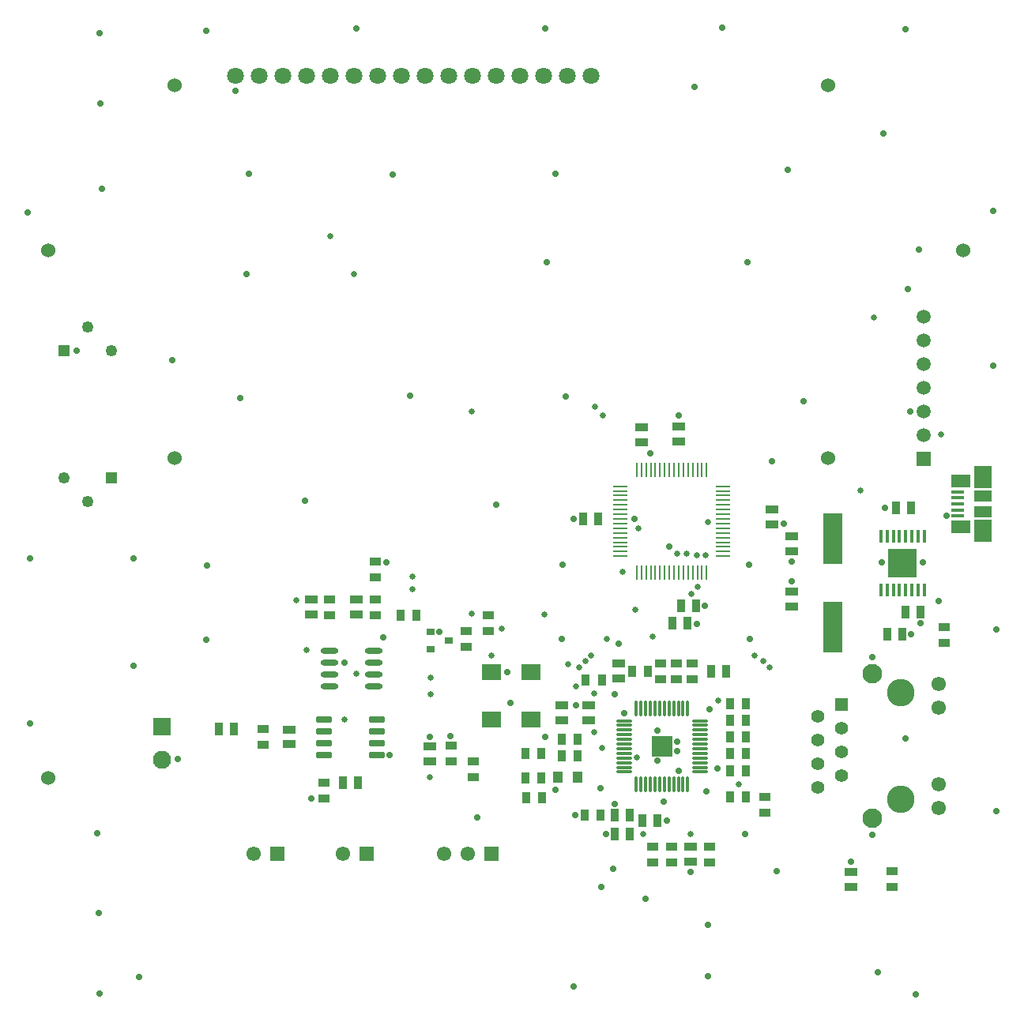
<source format=gbr>
%TF.GenerationSoftware,Altium Limited,Altium Designer,18.1.9 (240)*%
G04 Layer_Color=16711935*
%FSLAX43Y43*%
%MOMM*%
%TF.FileFunction,Soldermask,Bot*%
%TF.Part,Single*%
G01*
G75*
%TA.AperFunction,SMDPad,CuDef*%
%ADD13R,1.300X0.850*%
%ADD14R,0.850X1.300*%
%ADD16R,1.350X0.950*%
%TA.AperFunction,ComponentPad*%
%ADD20C,1.250*%
%ADD21R,1.250X1.250*%
%ADD22C,1.550*%
%ADD23R,1.400X1.400*%
%ADD24C,1.400*%
%ADD25C,2.100*%
%ADD26C,2.950*%
%ADD27C,1.500*%
%ADD28R,1.500X1.500*%
%ADD29R,1.550X1.550*%
%TA.AperFunction,ViaPad*%
%ADD30C,1.524*%
%TA.AperFunction,ComponentPad*%
%ADD31C,1.950*%
%ADD32R,1.950X1.950*%
%ADD33C,1.800*%
%ADD34C,1.524*%
%TA.AperFunction,ViaPad*%
%ADD35C,0.700*%
%ADD36C,0.650*%
%TA.AperFunction,SMDPad,CuDef*%
%ADD37R,0.356X1.422*%
%ADD38R,3.099X3.099*%
%ADD39O,1.800X0.300*%
%ADD40O,0.300X1.800*%
%ADD41R,2.200X2.200*%
%ADD42R,0.950X1.350*%
%ADD43R,0.900X0.800*%
%ADD44O,1.900X0.600*%
%ADD45R,2.000X1.800*%
%ADD46R,1.100X1.200*%
%ADD47O,1.550X0.250*%
%ADD48O,0.250X1.550*%
%TA.AperFunction,ConnectorPad*%
%ADD49R,1.380X0.450*%
%ADD50R,2.100X1.475*%
%ADD51R,1.900X2.375*%
%ADD52R,1.900X1.175*%
%TA.AperFunction,SMDPad,CuDef*%
%ADD53R,2.000X5.500*%
G04:AMPARAMS|DCode=54|XSize=0.65mm|YSize=1.65mm|CornerRadius=0.049mm|HoleSize=0mm|Usage=FLASHONLY|Rotation=90.000|XOffset=0mm|YOffset=0mm|HoleType=Round|Shape=RoundedRectangle|*
%AMROUNDEDRECTD54*
21,1,0.650,1.553,0,0,90.0*
21,1,0.553,1.650,0,0,90.0*
1,1,0.098,0.776,0.276*
1,1,0.098,0.776,-0.276*
1,1,0.098,-0.776,-0.276*
1,1,0.098,-0.776,0.276*
%
%ADD54ROUNDEDRECTD54*%
D13*
X95885Y62750D02*
D03*
Y61050D02*
D03*
X97536Y62750D02*
D03*
Y61050D02*
D03*
X99212Y62750D02*
D03*
Y61050D02*
D03*
X107035Y48426D02*
D03*
Y46726D02*
D03*
X75023Y64483D02*
D03*
Y66183D02*
D03*
X77419Y66194D02*
D03*
Y67894D02*
D03*
X65313Y73672D02*
D03*
Y71972D02*
D03*
X60404Y69584D02*
D03*
Y67884D02*
D03*
X53264Y55705D02*
D03*
Y54005D02*
D03*
X59766Y48236D02*
D03*
Y49936D02*
D03*
X73443Y53939D02*
D03*
Y52239D02*
D03*
X75768Y52222D02*
D03*
Y50522D02*
D03*
X95021Y41398D02*
D03*
Y43098D02*
D03*
X97053Y41398D02*
D03*
Y43098D02*
D03*
X101117Y41398D02*
D03*
Y43098D02*
D03*
X120701Y38799D02*
D03*
Y40499D02*
D03*
X126234Y66612D02*
D03*
Y64912D02*
D03*
X65294Y69584D02*
D03*
Y67884D02*
D03*
D14*
X89559Y60960D02*
D03*
X87859D02*
D03*
X94474Y61874D02*
D03*
X92774D02*
D03*
X104999Y58416D02*
D03*
X103299D02*
D03*
X104999Y56638D02*
D03*
X103299D02*
D03*
X104999Y54860D02*
D03*
X103299D02*
D03*
X104999Y53094D02*
D03*
X103299D02*
D03*
X105015Y51190D02*
D03*
X103315D02*
D03*
X105015Y48426D02*
D03*
X103315D02*
D03*
X67998Y67869D02*
D03*
X69698D02*
D03*
X85255Y54606D02*
D03*
X86955D02*
D03*
X85255Y52828D02*
D03*
X86955D02*
D03*
X81409Y50495D02*
D03*
X83109D02*
D03*
X81434Y48336D02*
D03*
X83134D02*
D03*
X89394Y46482D02*
D03*
X87694D02*
D03*
X83058Y53094D02*
D03*
X81358D02*
D03*
D16*
X107772Y77673D02*
D03*
Y79273D02*
D03*
X109931Y68860D02*
D03*
Y70460D02*
D03*
X109931Y76340D02*
D03*
Y74740D02*
D03*
X91415Y62699D02*
D03*
Y61099D02*
D03*
X63262Y67984D02*
D03*
Y69584D02*
D03*
X58436Y67984D02*
D03*
Y69584D02*
D03*
X56058Y54055D02*
D03*
Y55655D02*
D03*
X71143Y52239D02*
D03*
Y53839D02*
D03*
X85245Y58205D02*
D03*
Y56605D02*
D03*
X88163Y58205D02*
D03*
Y56605D02*
D03*
X99085Y41492D02*
D03*
Y43092D02*
D03*
X116256Y40386D02*
D03*
Y38786D02*
D03*
X93802Y88074D02*
D03*
Y86474D02*
D03*
X97803Y88138D02*
D03*
Y86538D02*
D03*
D20*
X37008Y96276D02*
D03*
X34468Y98816D02*
D03*
Y80051D02*
D03*
X31928Y82591D02*
D03*
D21*
Y96276D02*
D03*
X37008Y82591D02*
D03*
D22*
X125628Y49818D02*
D03*
Y47278D02*
D03*
Y60528D02*
D03*
Y57988D02*
D03*
X72644Y42342D02*
D03*
X75184D02*
D03*
X61798Y42316D02*
D03*
X52248Y42342D02*
D03*
D23*
X115218Y58348D02*
D03*
D24*
Y55808D02*
D03*
Y53268D02*
D03*
Y50728D02*
D03*
X112678Y49458D02*
D03*
Y51998D02*
D03*
Y54538D02*
D03*
Y57078D02*
D03*
D25*
X118518Y46158D02*
D03*
Y61648D02*
D03*
D26*
X121568Y59618D02*
D03*
Y48188D02*
D03*
D27*
X124054Y89713D02*
D03*
Y87173D02*
D03*
Y92253D02*
D03*
Y94793D02*
D03*
Y97333D02*
D03*
Y99873D02*
D03*
D28*
Y84633D02*
D03*
D29*
X77724Y42342D02*
D03*
X64338Y42316D02*
D03*
X54788Y42342D02*
D03*
D30*
X30250Y106985D02*
D03*
Y50495D02*
D03*
X128250Y106980D02*
D03*
D31*
X42469Y52431D02*
D03*
D32*
Y55931D02*
D03*
D33*
X50317Y125730D02*
D03*
X52857D02*
D03*
X55397D02*
D03*
X57937D02*
D03*
X60477D02*
D03*
X63017D02*
D03*
X65557D02*
D03*
X68097D02*
D03*
X70637D02*
D03*
X73177D02*
D03*
X75717D02*
D03*
X78257D02*
D03*
X80797D02*
D03*
X83337D02*
D03*
X85877D02*
D03*
X88417D02*
D03*
D34*
X43817Y124730D02*
D03*
X113817D02*
D03*
X43817Y84730D02*
D03*
X113817D02*
D03*
D35*
X121793Y73482D02*
D03*
Y72382D02*
D03*
X122893D02*
D03*
Y73482D02*
D03*
X121793Y74582D02*
D03*
X122893D02*
D03*
X120693Y73482D02*
D03*
Y72382D02*
D03*
Y74582D02*
D03*
X76200Y46228D02*
D03*
X107772Y84411D02*
D03*
X122072Y54712D02*
D03*
X104930Y44475D02*
D03*
X119939Y79426D02*
D03*
X118518Y63449D02*
D03*
Y44399D02*
D03*
X122606Y89713D02*
D03*
X131547Y111277D02*
D03*
X78270Y79728D02*
D03*
X57734Y80162D02*
D03*
X39395Y62493D02*
D03*
Y73965D02*
D03*
X86589Y28118D02*
D03*
X83515Y54860D02*
D03*
X90758Y40742D02*
D03*
X108331Y40437D02*
D03*
X99466Y124511D02*
D03*
X111150Y90830D02*
D03*
X85700Y91389D02*
D03*
X69062Y91465D02*
D03*
X50851Y91211D02*
D03*
X43510Y95250D02*
D03*
X105207Y105766D02*
D03*
X83693D02*
D03*
X51486Y104445D02*
D03*
X109499Y115672D02*
D03*
X84607Y115240D02*
D03*
X67183Y115138D02*
D03*
X51791Y115240D02*
D03*
X122149Y130734D02*
D03*
X102489Y130912D02*
D03*
X83464Y130810D02*
D03*
X63271Y130785D02*
D03*
X47142Y130556D02*
D03*
X35839Y122784D02*
D03*
X36017Y113589D02*
D03*
X35789Y130327D02*
D03*
X28042Y111100D02*
D03*
X28270Y56312D02*
D03*
Y73990D02*
D03*
X35662Y35992D02*
D03*
X35458Y44526D02*
D03*
X35789Y27305D02*
D03*
X123215Y27254D02*
D03*
X131826Y66345D02*
D03*
X131547Y94640D02*
D03*
X131826Y46863D02*
D03*
X109906Y73635D02*
D03*
X95555Y52299D02*
D03*
X96190Y47955D02*
D03*
X94771Y85293D02*
D03*
X126477Y78537D02*
D03*
X96521Y54344D02*
D03*
X95521D02*
D03*
X96521Y53344D02*
D03*
X95521D02*
D03*
X122401Y102895D02*
D03*
X123520Y107137D02*
D03*
X79781Y58522D02*
D03*
X84633Y49218D02*
D03*
X89459Y49325D02*
D03*
X90983Y59461D02*
D03*
X101129Y57785D02*
D03*
X101969Y51511D02*
D03*
X100784Y49014D02*
D03*
X93036Y78228D02*
D03*
X119776Y119532D02*
D03*
X58420Y48260D02*
D03*
X91971Y57379D02*
D03*
X91415Y64872D02*
D03*
X116256Y41453D02*
D03*
X33274Y96291D02*
D03*
X96521Y45847D02*
D03*
X97771Y51257D02*
D03*
X90932Y47625D02*
D03*
X99085Y40361D02*
D03*
X44120Y52476D02*
D03*
X47193Y65312D02*
D03*
X47269Y73254D02*
D03*
X50317Y124104D02*
D03*
X99771Y67005D02*
D03*
X95529Y55524D02*
D03*
X97663Y53340D02*
D03*
Y54344D02*
D03*
X86741Y46482D02*
D03*
X89992Y44450D02*
D03*
X119583Y73558D02*
D03*
X123977D02*
D03*
X109931Y71552D02*
D03*
X105359Y73325D02*
D03*
X105410Y65375D02*
D03*
X85319Y65380D02*
D03*
X85395Y73330D02*
D03*
X66497Y73558D02*
D03*
X66167Y65507D02*
D03*
X94234Y37541D02*
D03*
X39954Y29159D02*
D03*
X119151Y29642D02*
D03*
X100929Y29210D02*
D03*
X100940Y34671D02*
D03*
X97790Y89332D02*
D03*
X86538Y78232D02*
D03*
X122707Y65888D02*
D03*
X123749Y67081D02*
D03*
X109093Y77724D02*
D03*
X100635Y68910D02*
D03*
X86792Y58217D02*
D03*
X62011Y62853D02*
D03*
X79477Y61798D02*
D03*
X72161Y66116D02*
D03*
X73381Y54940D02*
D03*
X71145Y54889D02*
D03*
X66827Y52899D02*
D03*
X96774Y75235D02*
D03*
X89535Y38760D02*
D03*
X125654Y69444D02*
D03*
D36*
X100934Y77876D02*
D03*
X69306Y72034D02*
D03*
X69317Y70714D02*
D03*
X90119Y65375D02*
D03*
X91823Y72517D02*
D03*
X75590Y68072D02*
D03*
X88417Y63602D02*
D03*
X87782Y62967D02*
D03*
X87147Y62332D02*
D03*
X93193Y68529D02*
D03*
X93980Y44475D02*
D03*
X71222Y61214D02*
D03*
Y59411D02*
D03*
X93294Y52629D02*
D03*
X99085Y44450D02*
D03*
X102006Y58776D02*
D03*
X95021Y65608D02*
D03*
X99162Y70206D02*
D03*
X117297Y81255D02*
D03*
X97663Y74524D02*
D03*
X98679Y74473D02*
D03*
X99746Y74371D02*
D03*
X78816Y66446D02*
D03*
X77724Y63551D02*
D03*
X62001Y56718D02*
D03*
X71171Y50546D02*
D03*
X99803Y70917D02*
D03*
X63297Y61595D02*
D03*
X86792Y60313D02*
D03*
X85979Y62636D02*
D03*
X105943Y63551D02*
D03*
X106858Y62992D02*
D03*
X57937Y64160D02*
D03*
X56871Y69545D02*
D03*
X100660Y74371D02*
D03*
X107569Y62281D02*
D03*
X88773Y59487D02*
D03*
X83388Y67996D02*
D03*
X88773Y55397D02*
D03*
X89611Y53670D02*
D03*
X75667Y89738D02*
D03*
X93472Y77216D02*
D03*
X125933Y87274D02*
D03*
X104242Y49794D02*
D03*
X118720Y99797D02*
D03*
X62992Y104496D02*
D03*
X60477Y108509D02*
D03*
X88849Y90221D02*
D03*
X89651Y89281D02*
D03*
D37*
X119482Y76378D02*
D03*
X120142D02*
D03*
X120802D02*
D03*
X121463D02*
D03*
X122123D02*
D03*
X122784D02*
D03*
X123444D02*
D03*
X124104D02*
D03*
Y70587D02*
D03*
X123444D02*
D03*
X122784D02*
D03*
X122123D02*
D03*
X121463D02*
D03*
X120802D02*
D03*
X120142D02*
D03*
X119482D02*
D03*
D38*
X121793Y73482D02*
D03*
D39*
X100071Y56594D02*
D03*
Y56094D02*
D03*
Y55594D02*
D03*
Y55094D02*
D03*
Y54594D02*
D03*
Y54094D02*
D03*
Y53594D02*
D03*
Y53094D02*
D03*
Y52594D02*
D03*
Y52094D02*
D03*
Y51594D02*
D03*
Y51094D02*
D03*
X91971D02*
D03*
Y51594D02*
D03*
Y52094D02*
D03*
Y52594D02*
D03*
Y53094D02*
D03*
Y53594D02*
D03*
Y54094D02*
D03*
Y54594D02*
D03*
Y55094D02*
D03*
Y55594D02*
D03*
Y56094D02*
D03*
Y56594D02*
D03*
D40*
X98771Y49794D02*
D03*
X98271D02*
D03*
X97771D02*
D03*
X97271D02*
D03*
X96771D02*
D03*
X96271D02*
D03*
X95771D02*
D03*
X95271D02*
D03*
X94771D02*
D03*
X94271D02*
D03*
X93771D02*
D03*
X93271D02*
D03*
Y57894D02*
D03*
X93771D02*
D03*
X94271D02*
D03*
X94771D02*
D03*
X95271D02*
D03*
X95771D02*
D03*
X96271D02*
D03*
X96771D02*
D03*
X97271D02*
D03*
X97771D02*
D03*
X98271D02*
D03*
X98771D02*
D03*
D41*
X96021Y53844D02*
D03*
D42*
X98755Y67031D02*
D03*
X97155D02*
D03*
X98070Y68910D02*
D03*
X99670D02*
D03*
X50139Y55677D02*
D03*
X48539D02*
D03*
X63424Y49936D02*
D03*
X61824D02*
D03*
X90941Y46478D02*
D03*
X92541D02*
D03*
X90941Y44446D02*
D03*
X92541D02*
D03*
X95555Y45847D02*
D03*
X93955D02*
D03*
X123736Y68224D02*
D03*
X122136D02*
D03*
X121755Y65888D02*
D03*
X120155D02*
D03*
X87579Y78228D02*
D03*
X89179D02*
D03*
X121082Y79400D02*
D03*
X122682D02*
D03*
X101319Y61925D02*
D03*
X102919D02*
D03*
D43*
X71199Y64217D02*
D03*
Y66117D02*
D03*
X73199Y65167D02*
D03*
D44*
X60404Y60313D02*
D03*
Y61583D02*
D03*
Y62853D02*
D03*
Y64123D02*
D03*
X65104Y60313D02*
D03*
Y61583D02*
D03*
Y62853D02*
D03*
Y64123D02*
D03*
D45*
X81949Y56738D02*
D03*
Y61818D02*
D03*
X77749D02*
D03*
Y56738D02*
D03*
D46*
X84845Y50521D02*
D03*
X86945D02*
D03*
D47*
X91528Y74228D02*
D03*
Y74728D02*
D03*
Y75228D02*
D03*
Y75728D02*
D03*
Y76228D02*
D03*
Y76728D02*
D03*
Y77228D02*
D03*
Y77728D02*
D03*
Y78228D02*
D03*
Y78728D02*
D03*
Y79228D02*
D03*
Y79728D02*
D03*
Y80228D02*
D03*
Y80728D02*
D03*
Y81228D02*
D03*
Y81728D02*
D03*
X102578D02*
D03*
Y81228D02*
D03*
Y80728D02*
D03*
Y80228D02*
D03*
Y79728D02*
D03*
Y79228D02*
D03*
Y78728D02*
D03*
Y78228D02*
D03*
Y77728D02*
D03*
Y77228D02*
D03*
Y76728D02*
D03*
Y76228D02*
D03*
Y75728D02*
D03*
Y75228D02*
D03*
Y74728D02*
D03*
Y74228D02*
D03*
D48*
X93303Y83503D02*
D03*
X93803D02*
D03*
X94303D02*
D03*
X94803D02*
D03*
X95303D02*
D03*
X95803D02*
D03*
X96303D02*
D03*
X96803D02*
D03*
X97303D02*
D03*
X97803D02*
D03*
X98303D02*
D03*
X98803D02*
D03*
X99303D02*
D03*
X99803D02*
D03*
X100303D02*
D03*
X100803D02*
D03*
Y72453D02*
D03*
X100303D02*
D03*
X99803D02*
D03*
X99303D02*
D03*
X98803D02*
D03*
X98303D02*
D03*
X97803D02*
D03*
X97303D02*
D03*
X96803D02*
D03*
X96303D02*
D03*
X95803D02*
D03*
X95303D02*
D03*
X94803D02*
D03*
X94303D02*
D03*
X93803D02*
D03*
X93303D02*
D03*
D49*
X127711Y81143D02*
D03*
Y80493D02*
D03*
Y79843D02*
D03*
Y79193D02*
D03*
Y78543D02*
D03*
D50*
X128071Y82305D02*
D03*
Y77380D02*
D03*
D51*
X130371Y82755D02*
D03*
Y76930D02*
D03*
D52*
Y80680D02*
D03*
Y79005D02*
D03*
D53*
X114300Y66598D02*
D03*
Y76098D02*
D03*
D54*
X65448Y56709D02*
D03*
Y55439D02*
D03*
Y54169D02*
D03*
Y52899D02*
D03*
X59798Y56709D02*
D03*
Y55439D02*
D03*
Y54169D02*
D03*
Y52899D02*
D03*
%TF.MD5,ac9a034e87e9d4ebf8182b4882aa6d85*%
M02*

</source>
